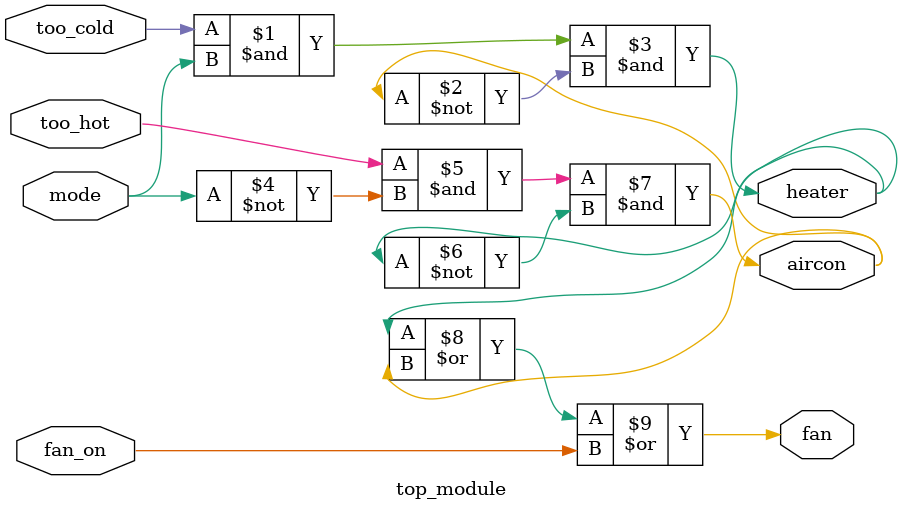
<source format=v>
/*
A heating/cooling thermostat controls both a heater (during winter) and an air conditioner (during summer). Implement a circuit that will turn on and off the heater, air conditioning, and blower fan as appropriate.

The thermostat can be in one of two modes: heating (mode = 1) and cooling (mode = 0). In heating mode, turn the heater on when it is too cold (too_cold = 1) but do not use the air conditioner. In cooling mode, turn the air conditioner on when it is too hot (too_hot = 1), but do not turn on the heater. When the heater or air conditioner are on, also turn on the fan to circulate the air. In addition, the user can also request the fan to turn on (fan_on = 1), even if the heater and air conditioner are off.

Try to use only assign statements, to see whether you can translate a problem description into a collection of logic gates.


Expected solution length: Around 3 lines.
*/

module top_module (
    input too_cold,
    input too_hot,
    input mode,
    input fan_on,
    output heater,
    output aircon,
    output fan
); 
	assign heater = (too_cold) & (mode) & (~aircon); // i think it generate cross coupling ?
	assign aircon = (too_hot) & ( ~mode) & (~heater);
	assign fan = ( heater | aircon) | ( fan_on);
endmodule

</source>
